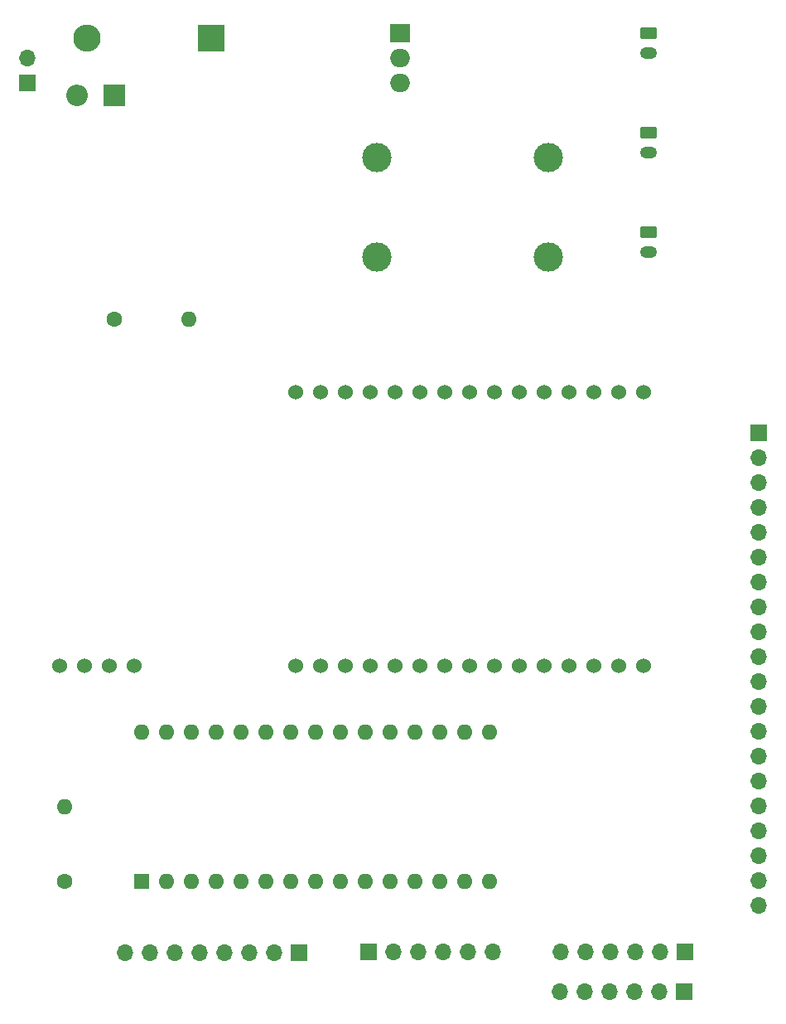
<source format=gbs>
G04 #@! TF.GenerationSoftware,KiCad,Pcbnew,(6.0.7)*
G04 #@! TF.CreationDate,2022-11-05T21:45:33+01:00*
G04 #@! TF.ProjectId,vogelhuisje_kicad,766f6765-6c68-4756-9973-6a655f6b6963,rev?*
G04 #@! TF.SameCoordinates,Original*
G04 #@! TF.FileFunction,Soldermask,Bot*
G04 #@! TF.FilePolarity,Negative*
%FSLAX46Y46*%
G04 Gerber Fmt 4.6, Leading zero omitted, Abs format (unit mm)*
G04 Created by KiCad (PCBNEW (6.0.7)) date 2022-11-05 21:45:33*
%MOMM*%
%LPD*%
G01*
G04 APERTURE LIST*
G04 Aperture macros list*
%AMRoundRect*
0 Rectangle with rounded corners*
0 $1 Rounding radius*
0 $2 $3 $4 $5 $6 $7 $8 $9 X,Y pos of 4 corners*
0 Add a 4 corners polygon primitive as box body*
4,1,4,$2,$3,$4,$5,$6,$7,$8,$9,$2,$3,0*
0 Add four circle primitives for the rounded corners*
1,1,$1+$1,$2,$3*
1,1,$1+$1,$4,$5*
1,1,$1+$1,$6,$7*
1,1,$1+$1,$8,$9*
0 Add four rect primitives between the rounded corners*
20,1,$1+$1,$2,$3,$4,$5,0*
20,1,$1+$1,$4,$5,$6,$7,0*
20,1,$1+$1,$6,$7,$8,$9,0*
20,1,$1+$1,$8,$9,$2,$3,0*%
G04 Aperture macros list end*
%ADD10RoundRect,0.250000X-0.625000X0.350000X-0.625000X-0.350000X0.625000X-0.350000X0.625000X0.350000X0*%
%ADD11O,1.750000X1.200000*%
%ADD12R,1.700000X1.700000*%
%ADD13O,1.700000X1.700000*%
%ADD14R,2.200000X2.200000*%
%ADD15O,2.200000X2.200000*%
%ADD16C,3.000000*%
%ADD17C,1.600000*%
%ADD18O,1.600000X1.600000*%
%ADD19R,2.000000X1.905000*%
%ADD20O,2.000000X1.905000*%
%ADD21R,2.800000X2.800000*%
%ADD22O,2.800000X2.800000*%
%ADD23R,1.600000X1.600000*%
%ADD24C,1.524000*%
G04 APERTURE END LIST*
D10*
X139700000Y-86360000D03*
D11*
X139700000Y-88360000D03*
D10*
X139700000Y-76200000D03*
D11*
X139700000Y-78200000D03*
D12*
X76200000Y-81280000D03*
D13*
X76200000Y-78740000D03*
D14*
X85090000Y-82550000D03*
D15*
X81280000Y-82550000D03*
D16*
X111920000Y-88885000D03*
X111920000Y-99085000D03*
X129520000Y-88885000D03*
X129520000Y-99085000D03*
D17*
X85090000Y-105410000D03*
D18*
X92710000Y-105410000D03*
D10*
X139700000Y-96520000D03*
D11*
X139700000Y-98520000D03*
D19*
X114300000Y-76200000D03*
D20*
X114300000Y-78740000D03*
X114300000Y-81280000D03*
D12*
X143350000Y-174025000D03*
D13*
X140810000Y-174025000D03*
X138270000Y-174025000D03*
X135730000Y-174025000D03*
X133190000Y-174025000D03*
X130650000Y-174025000D03*
D17*
X80000000Y-162810000D03*
D18*
X80000000Y-155190000D03*
D21*
X95000000Y-76730000D03*
D22*
X82300000Y-76730000D03*
D12*
X104000000Y-170050000D03*
D13*
X101460000Y-170050000D03*
X98920000Y-170050000D03*
X96380000Y-170050000D03*
X93840000Y-170050000D03*
X91300000Y-170050000D03*
X88760000Y-170050000D03*
X86220000Y-170050000D03*
D23*
X87925000Y-162835000D03*
D18*
X90465000Y-162835000D03*
X93005000Y-162835000D03*
X95545000Y-162835000D03*
X98085000Y-162835000D03*
X100625000Y-162835000D03*
X103165000Y-162835000D03*
X105705000Y-162835000D03*
X108245000Y-162835000D03*
X110785000Y-162835000D03*
X113325000Y-162835000D03*
X115865000Y-162835000D03*
X118405000Y-162835000D03*
X120945000Y-162835000D03*
X123485000Y-162835000D03*
X123485000Y-147595000D03*
X120945000Y-147595000D03*
X118405000Y-147595000D03*
X115865000Y-147595000D03*
X113325000Y-147595000D03*
X110785000Y-147595000D03*
X108245000Y-147595000D03*
X105705000Y-147595000D03*
X103165000Y-147595000D03*
X100625000Y-147595000D03*
X98085000Y-147595000D03*
X95545000Y-147595000D03*
X93005000Y-147595000D03*
X90465000Y-147595000D03*
X87925000Y-147595000D03*
D12*
X151000000Y-117000000D03*
D13*
X151000000Y-119540000D03*
X151000000Y-122080000D03*
X151000000Y-124620000D03*
X151000000Y-127160000D03*
X151000000Y-129700000D03*
X151000000Y-132240000D03*
X151000000Y-134780000D03*
X151000000Y-137320000D03*
X151000000Y-139860000D03*
X151000000Y-142400000D03*
X151000000Y-144940000D03*
X151000000Y-147480000D03*
X151000000Y-150020000D03*
X151000000Y-152560000D03*
X151000000Y-155100000D03*
X151000000Y-157640000D03*
X151000000Y-160180000D03*
X151000000Y-162720000D03*
X151000000Y-165260000D03*
D12*
X143475000Y-170025000D03*
D13*
X140935000Y-170025000D03*
X138395000Y-170025000D03*
X135855000Y-170025000D03*
X133315000Y-170025000D03*
X130775000Y-170025000D03*
D12*
X111125000Y-170000000D03*
D13*
X113665000Y-170000000D03*
X116205000Y-170000000D03*
X118745000Y-170000000D03*
X121285000Y-170000000D03*
X123825000Y-170000000D03*
D24*
X139200000Y-112840000D03*
X136660000Y-112840000D03*
X134120000Y-112840000D03*
X131580000Y-112840000D03*
X129040000Y-112840000D03*
X126500000Y-112840000D03*
X123960000Y-112840000D03*
X121420000Y-112840000D03*
X118880000Y-112840000D03*
X116340000Y-112840000D03*
X113800000Y-112840000D03*
X111260000Y-112840000D03*
X108720000Y-112840000D03*
X106180000Y-112840000D03*
X103640000Y-112840000D03*
X139200000Y-140780000D03*
X136660000Y-140780000D03*
X134120000Y-140780000D03*
X131580000Y-140780000D03*
X129040000Y-140780000D03*
X126500000Y-140780000D03*
X123960000Y-140780000D03*
X121420000Y-140780000D03*
X118880000Y-140780000D03*
X116340000Y-140780000D03*
X113800000Y-140780000D03*
X111260000Y-140780000D03*
X108720000Y-140780000D03*
X106180000Y-140780000D03*
X103640000Y-140780000D03*
X87140000Y-140780000D03*
X84600000Y-140780000D03*
X82060000Y-140780000D03*
X79520000Y-140780000D03*
M02*

</source>
